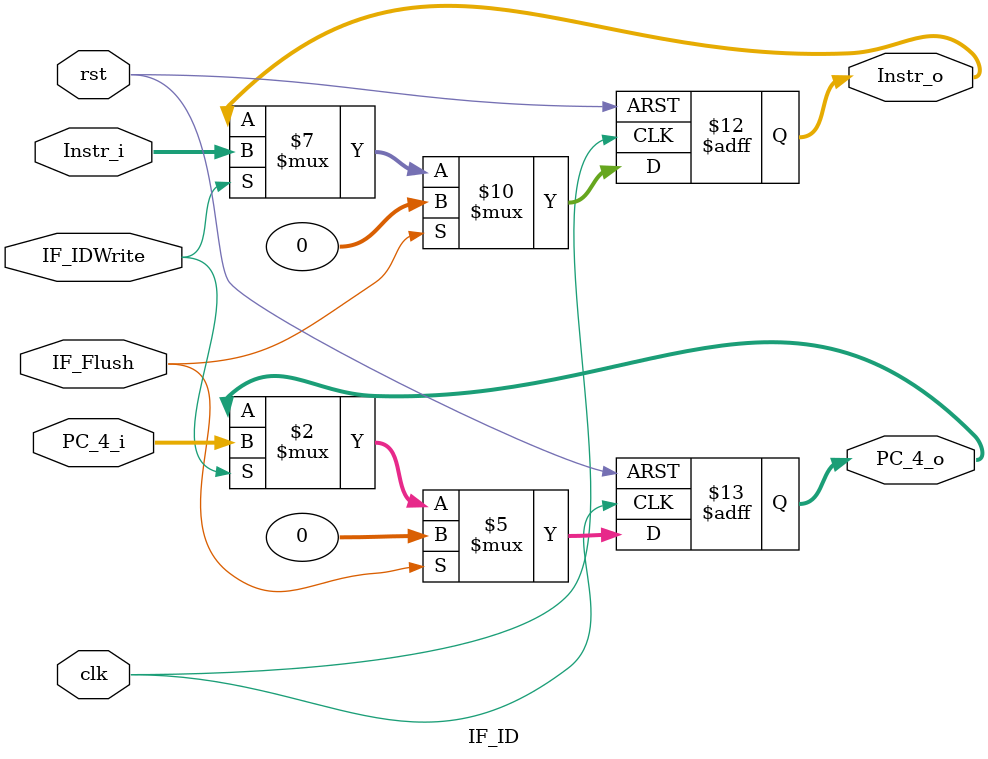
<source format=v>

module IF_ID(Instr_i, PC_4_i,
             Instr_o, PC_4_o, 
             clk, rst, IF_IDWrite, IF_Flush);
  
  input [31:0] Instr_i;
  input [31:0] PC_4_i;
  input clk;
  input rst;
  input IF_IDWrite;
  input IF_Flush; //IF_Flush = Brch | Jmp[0] | Cancel
  output reg [31:0] Instr_o;
  output reg [31:0] PC_4_o;
  
  always @(posedge clk or posedge rst)
  begin
    if (rst)
      begin
        Instr_o <= 32'h0000_0000;
        PC_4_o <= 32'h0000_0000;
      end
    else
      begin
        if (IF_Flush)
          begin
            Instr_o <= 32'h0000_0000; //NOP
            PC_4_o <= 32'h0000_0000;
          end
        else
          if (IF_IDWrite)
            begin
              Instr_o <= Instr_i;
              PC_4_o <= PC_4_i; 
            end  
      end
  end
  
endmodule
</source>
